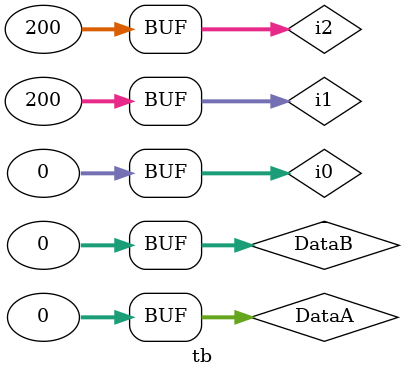
<source format=v>
`timescale 1 ns / 1 ps
module tb;
    reg [31:0] DataA = 32'b0;
    reg [31:0] DataB = 32'b0;
    wire [31:0] Result;

    integer i0 = 0, i1 = 0, i2 = 0;

    GSR GSR_INST (.GSR(1'b1));
    PUR PUR_INST (.PUR(1'b1));

    add32 u1 (.DataA(DataA), .DataB(DataB), .Result(Result)
    );

    initial
    begin
       DataA <= 0;
      for (i1 = 0; i1 < 200; i1 = i1 + 1) begin
        #10;
         DataA <= DataA + 1'b1;
      end
    end
    initial
    begin
       DataB <= 0;
      for (i2 = 0; i2 < 200; i2 = i2 + 1) begin
        #10;
         DataB <= DataB + 1'b1;
      end
    end
endmodule
</source>
